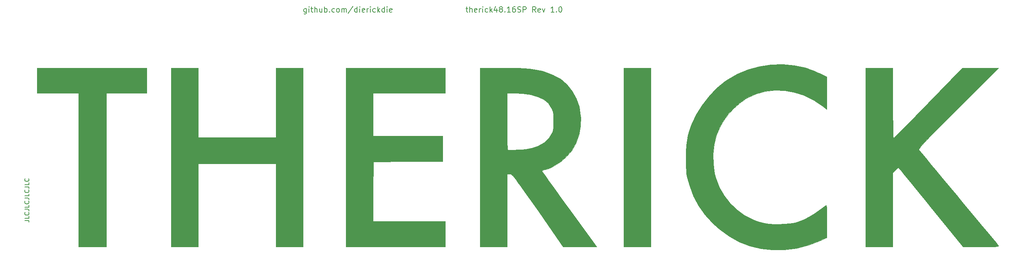
<source format=gbr>
G04 #@! TF.GenerationSoftware,KiCad,Pcbnew,(5.1.2-1)-1*
G04 #@! TF.CreationDate,2020-05-31T12:38:50-05:00*
G04 #@! TF.ProjectId,therick48.16SP_bottom_plate,74686572-6963-46b3-9438-2e313653505f,rev?*
G04 #@! TF.SameCoordinates,Original*
G04 #@! TF.FileFunction,Legend,Top*
G04 #@! TF.FilePolarity,Positive*
%FSLAX46Y46*%
G04 Gerber Fmt 4.6, Leading zero omitted, Abs format (unit mm)*
G04 Created by KiCad (PCBNEW (5.1.2-1)-1) date 2020-05-31 12:38:50*
%MOMM*%
%LPD*%
G04 APERTURE LIST*
%ADD10C,0.200000*%
%ADD11C,0.150000*%
%ADD12C,0.010000*%
G04 APERTURE END LIST*
D10*
X212425368Y-43812026D02*
X212425368Y-44823931D01*
X212365844Y-44942979D01*
X212306320Y-45002503D01*
X212187273Y-45062026D01*
X212008701Y-45062026D01*
X211889654Y-45002503D01*
X212425368Y-44585836D02*
X212306320Y-44645360D01*
X212068225Y-44645360D01*
X211949177Y-44585836D01*
X211889654Y-44526312D01*
X211830130Y-44407264D01*
X211830130Y-44050122D01*
X211889654Y-43931074D01*
X211949177Y-43871550D01*
X212068225Y-43812026D01*
X212306320Y-43812026D01*
X212425368Y-43871550D01*
X213020606Y-44645360D02*
X213020606Y-43812026D01*
X213020606Y-43395360D02*
X212961082Y-43454884D01*
X213020606Y-43514407D01*
X213080130Y-43454884D01*
X213020606Y-43395360D01*
X213020606Y-43514407D01*
X213437273Y-43812026D02*
X213913463Y-43812026D01*
X213615844Y-43395360D02*
X213615844Y-44466788D01*
X213675368Y-44585836D01*
X213794416Y-44645360D01*
X213913463Y-44645360D01*
X214330130Y-44645360D02*
X214330130Y-43395360D01*
X214865844Y-44645360D02*
X214865844Y-43990598D01*
X214806320Y-43871550D01*
X214687273Y-43812026D01*
X214508701Y-43812026D01*
X214389654Y-43871550D01*
X214330130Y-43931074D01*
X215996796Y-43812026D02*
X215996796Y-44645360D01*
X215461082Y-43812026D02*
X215461082Y-44466788D01*
X215520606Y-44585836D01*
X215639654Y-44645360D01*
X215818225Y-44645360D01*
X215937273Y-44585836D01*
X215996796Y-44526312D01*
X216592035Y-44645360D02*
X216592035Y-43395360D01*
X216592035Y-43871550D02*
X216711082Y-43812026D01*
X216949177Y-43812026D01*
X217068225Y-43871550D01*
X217127749Y-43931074D01*
X217187273Y-44050122D01*
X217187273Y-44407264D01*
X217127749Y-44526312D01*
X217068225Y-44585836D01*
X216949177Y-44645360D01*
X216711082Y-44645360D01*
X216592035Y-44585836D01*
X217722987Y-44526312D02*
X217782511Y-44585836D01*
X217722987Y-44645360D01*
X217663463Y-44585836D01*
X217722987Y-44526312D01*
X217722987Y-44645360D01*
X218853939Y-44585836D02*
X218734892Y-44645360D01*
X218496796Y-44645360D01*
X218377749Y-44585836D01*
X218318225Y-44526312D01*
X218258701Y-44407264D01*
X218258701Y-44050122D01*
X218318225Y-43931074D01*
X218377749Y-43871550D01*
X218496796Y-43812026D01*
X218734892Y-43812026D01*
X218853939Y-43871550D01*
X219568225Y-44645360D02*
X219449177Y-44585836D01*
X219389654Y-44526312D01*
X219330130Y-44407264D01*
X219330130Y-44050122D01*
X219389654Y-43931074D01*
X219449177Y-43871550D01*
X219568225Y-43812026D01*
X219746796Y-43812026D01*
X219865844Y-43871550D01*
X219925368Y-43931074D01*
X219984892Y-44050122D01*
X219984892Y-44407264D01*
X219925368Y-44526312D01*
X219865844Y-44585836D01*
X219746796Y-44645360D01*
X219568225Y-44645360D01*
X220520606Y-44645360D02*
X220520606Y-43812026D01*
X220520606Y-43931074D02*
X220580130Y-43871550D01*
X220699177Y-43812026D01*
X220877749Y-43812026D01*
X220996796Y-43871550D01*
X221056320Y-43990598D01*
X221056320Y-44645360D01*
X221056320Y-43990598D02*
X221115844Y-43871550D01*
X221234892Y-43812026D01*
X221413463Y-43812026D01*
X221532511Y-43871550D01*
X221592035Y-43990598D01*
X221592035Y-44645360D01*
X223080130Y-43335836D02*
X222008701Y-44942979D01*
X224032511Y-44645360D02*
X224032511Y-43395360D01*
X224032511Y-44585836D02*
X223913463Y-44645360D01*
X223675368Y-44645360D01*
X223556320Y-44585836D01*
X223496796Y-44526312D01*
X223437273Y-44407264D01*
X223437273Y-44050122D01*
X223496796Y-43931074D01*
X223556320Y-43871550D01*
X223675368Y-43812026D01*
X223913463Y-43812026D01*
X224032511Y-43871550D01*
X224627749Y-44645360D02*
X224627749Y-43812026D01*
X224627749Y-43395360D02*
X224568225Y-43454884D01*
X224627749Y-43514407D01*
X224687273Y-43454884D01*
X224627749Y-43395360D01*
X224627749Y-43514407D01*
X225699177Y-44585836D02*
X225580130Y-44645360D01*
X225342035Y-44645360D01*
X225222987Y-44585836D01*
X225163463Y-44466788D01*
X225163463Y-43990598D01*
X225222987Y-43871550D01*
X225342035Y-43812026D01*
X225580130Y-43812026D01*
X225699177Y-43871550D01*
X225758701Y-43990598D01*
X225758701Y-44109645D01*
X225163463Y-44228693D01*
X226294416Y-44645360D02*
X226294416Y-43812026D01*
X226294416Y-44050122D02*
X226353939Y-43931074D01*
X226413463Y-43871550D01*
X226532511Y-43812026D01*
X226651558Y-43812026D01*
X227068225Y-44645360D02*
X227068225Y-43812026D01*
X227068225Y-43395360D02*
X227008701Y-43454884D01*
X227068225Y-43514407D01*
X227127749Y-43454884D01*
X227068225Y-43395360D01*
X227068225Y-43514407D01*
X228199177Y-44585836D02*
X228080130Y-44645360D01*
X227842035Y-44645360D01*
X227722987Y-44585836D01*
X227663463Y-44526312D01*
X227603939Y-44407264D01*
X227603939Y-44050122D01*
X227663463Y-43931074D01*
X227722987Y-43871550D01*
X227842035Y-43812026D01*
X228080130Y-43812026D01*
X228199177Y-43871550D01*
X228734892Y-44645360D02*
X228734892Y-43395360D01*
X228853939Y-44169169D02*
X229211082Y-44645360D01*
X229211082Y-43812026D02*
X228734892Y-44288217D01*
X230282511Y-44645360D02*
X230282511Y-43395360D01*
X230282511Y-44585836D02*
X230163463Y-44645360D01*
X229925368Y-44645360D01*
X229806320Y-44585836D01*
X229746796Y-44526312D01*
X229687273Y-44407264D01*
X229687273Y-44050122D01*
X229746796Y-43931074D01*
X229806320Y-43871550D01*
X229925368Y-43812026D01*
X230163463Y-43812026D01*
X230282511Y-43871550D01*
X230877749Y-44645360D02*
X230877749Y-43812026D01*
X230877749Y-43395360D02*
X230818225Y-43454884D01*
X230877749Y-43514407D01*
X230937273Y-43454884D01*
X230877749Y-43395360D01*
X230877749Y-43514407D01*
X231949177Y-44585836D02*
X231830130Y-44645360D01*
X231592035Y-44645360D01*
X231472987Y-44585836D01*
X231413463Y-44466788D01*
X231413463Y-43990598D01*
X231472987Y-43871550D01*
X231592035Y-43812026D01*
X231830130Y-43812026D01*
X231949177Y-43871550D01*
X232008701Y-43990598D01*
X232008701Y-44109645D01*
X231413463Y-44228693D01*
X248877649Y-43812026D02*
X249353839Y-43812026D01*
X249056220Y-43395360D02*
X249056220Y-44466788D01*
X249115744Y-44585836D01*
X249234792Y-44645360D01*
X249353839Y-44645360D01*
X249770506Y-44645360D02*
X249770506Y-43395360D01*
X250306220Y-44645360D02*
X250306220Y-43990598D01*
X250246696Y-43871550D01*
X250127649Y-43812026D01*
X249949077Y-43812026D01*
X249830030Y-43871550D01*
X249770506Y-43931074D01*
X251377649Y-44585836D02*
X251258601Y-44645360D01*
X251020506Y-44645360D01*
X250901458Y-44585836D01*
X250841935Y-44466788D01*
X250841935Y-43990598D01*
X250901458Y-43871550D01*
X251020506Y-43812026D01*
X251258601Y-43812026D01*
X251377649Y-43871550D01*
X251437173Y-43990598D01*
X251437173Y-44109645D01*
X250841935Y-44228693D01*
X251972887Y-44645360D02*
X251972887Y-43812026D01*
X251972887Y-44050122D02*
X252032411Y-43931074D01*
X252091935Y-43871550D01*
X252210982Y-43812026D01*
X252330030Y-43812026D01*
X252746696Y-44645360D02*
X252746696Y-43812026D01*
X252746696Y-43395360D02*
X252687173Y-43454884D01*
X252746696Y-43514407D01*
X252806220Y-43454884D01*
X252746696Y-43395360D01*
X252746696Y-43514407D01*
X253877649Y-44585836D02*
X253758601Y-44645360D01*
X253520506Y-44645360D01*
X253401458Y-44585836D01*
X253341935Y-44526312D01*
X253282411Y-44407264D01*
X253282411Y-44050122D01*
X253341935Y-43931074D01*
X253401458Y-43871550D01*
X253520506Y-43812026D01*
X253758601Y-43812026D01*
X253877649Y-43871550D01*
X254413363Y-44645360D02*
X254413363Y-43395360D01*
X254532411Y-44169169D02*
X254889554Y-44645360D01*
X254889554Y-43812026D02*
X254413363Y-44288217D01*
X255960982Y-43812026D02*
X255960982Y-44645360D01*
X255663363Y-43335836D02*
X255365744Y-44228693D01*
X256139554Y-44228693D01*
X256794316Y-43931074D02*
X256675268Y-43871550D01*
X256615744Y-43812026D01*
X256556220Y-43692979D01*
X256556220Y-43633455D01*
X256615744Y-43514407D01*
X256675268Y-43454884D01*
X256794316Y-43395360D01*
X257032411Y-43395360D01*
X257151458Y-43454884D01*
X257210982Y-43514407D01*
X257270506Y-43633455D01*
X257270506Y-43692979D01*
X257210982Y-43812026D01*
X257151458Y-43871550D01*
X257032411Y-43931074D01*
X256794316Y-43931074D01*
X256675268Y-43990598D01*
X256615744Y-44050122D01*
X256556220Y-44169169D01*
X256556220Y-44407264D01*
X256615744Y-44526312D01*
X256675268Y-44585836D01*
X256794316Y-44645360D01*
X257032411Y-44645360D01*
X257151458Y-44585836D01*
X257210982Y-44526312D01*
X257270506Y-44407264D01*
X257270506Y-44169169D01*
X257210982Y-44050122D01*
X257151458Y-43990598D01*
X257032411Y-43931074D01*
X257806220Y-44526312D02*
X257865744Y-44585836D01*
X257806220Y-44645360D01*
X257746696Y-44585836D01*
X257806220Y-44526312D01*
X257806220Y-44645360D01*
X259056220Y-44645360D02*
X258341935Y-44645360D01*
X258699077Y-44645360D02*
X258699077Y-43395360D01*
X258580030Y-43573931D01*
X258460982Y-43692979D01*
X258341935Y-43752503D01*
X260127649Y-43395360D02*
X259889554Y-43395360D01*
X259770506Y-43454884D01*
X259710982Y-43514407D01*
X259591935Y-43692979D01*
X259532411Y-43931074D01*
X259532411Y-44407264D01*
X259591935Y-44526312D01*
X259651458Y-44585836D01*
X259770506Y-44645360D01*
X260008601Y-44645360D01*
X260127649Y-44585836D01*
X260187173Y-44526312D01*
X260246696Y-44407264D01*
X260246696Y-44109645D01*
X260187173Y-43990598D01*
X260127649Y-43931074D01*
X260008601Y-43871550D01*
X259770506Y-43871550D01*
X259651458Y-43931074D01*
X259591935Y-43990598D01*
X259532411Y-44109645D01*
X260722887Y-44585836D02*
X260901458Y-44645360D01*
X261199077Y-44645360D01*
X261318125Y-44585836D01*
X261377649Y-44526312D01*
X261437173Y-44407264D01*
X261437173Y-44288217D01*
X261377649Y-44169169D01*
X261318125Y-44109645D01*
X261199077Y-44050122D01*
X260960982Y-43990598D01*
X260841935Y-43931074D01*
X260782411Y-43871550D01*
X260722887Y-43752503D01*
X260722887Y-43633455D01*
X260782411Y-43514407D01*
X260841935Y-43454884D01*
X260960982Y-43395360D01*
X261258601Y-43395360D01*
X261437173Y-43454884D01*
X261972887Y-44645360D02*
X261972887Y-43395360D01*
X262449077Y-43395360D01*
X262568125Y-43454884D01*
X262627649Y-43514407D01*
X262687173Y-43633455D01*
X262687173Y-43812026D01*
X262627649Y-43931074D01*
X262568125Y-43990598D01*
X262449077Y-44050122D01*
X261972887Y-44050122D01*
X264889554Y-44645360D02*
X264472887Y-44050122D01*
X264175268Y-44645360D02*
X264175268Y-43395360D01*
X264651458Y-43395360D01*
X264770506Y-43454884D01*
X264830030Y-43514407D01*
X264889554Y-43633455D01*
X264889554Y-43812026D01*
X264830030Y-43931074D01*
X264770506Y-43990598D01*
X264651458Y-44050122D01*
X264175268Y-44050122D01*
X265901458Y-44585836D02*
X265782411Y-44645360D01*
X265544316Y-44645360D01*
X265425268Y-44585836D01*
X265365744Y-44466788D01*
X265365744Y-43990598D01*
X265425268Y-43871550D01*
X265544316Y-43812026D01*
X265782411Y-43812026D01*
X265901458Y-43871550D01*
X265960982Y-43990598D01*
X265960982Y-44109645D01*
X265365744Y-44228693D01*
X266377649Y-43812026D02*
X266675268Y-44645360D01*
X266972887Y-43812026D01*
X269056220Y-44645360D02*
X268341935Y-44645360D01*
X268699077Y-44645360D02*
X268699077Y-43395360D01*
X268580030Y-43573931D01*
X268460982Y-43692979D01*
X268341935Y-43752503D01*
X269591935Y-44526312D02*
X269651458Y-44585836D01*
X269591935Y-44645360D01*
X269532411Y-44585836D01*
X269591935Y-44526312D01*
X269591935Y-44645360D01*
X270425268Y-43395360D02*
X270544316Y-43395360D01*
X270663363Y-43454884D01*
X270722887Y-43514407D01*
X270782411Y-43633455D01*
X270841935Y-43871550D01*
X270841935Y-44169169D01*
X270782411Y-44407264D01*
X270722887Y-44526312D01*
X270663363Y-44585836D01*
X270544316Y-44645360D01*
X270425268Y-44645360D01*
X270306220Y-44585836D01*
X270246696Y-44526312D01*
X270187173Y-44407264D01*
X270127649Y-44169169D01*
X270127649Y-43871550D01*
X270187173Y-43633455D01*
X270246696Y-43514407D01*
X270306220Y-43454884D01*
X270425268Y-43395360D01*
D11*
X148031989Y-92398816D02*
X148746275Y-92398816D01*
X148889132Y-92446435D01*
X148984370Y-92541673D01*
X149031989Y-92684530D01*
X149031989Y-92779769D01*
X149031989Y-91446435D02*
X149031989Y-91922626D01*
X148031989Y-91922626D01*
X148936751Y-90541673D02*
X148984370Y-90589292D01*
X149031989Y-90732149D01*
X149031989Y-90827388D01*
X148984370Y-90970245D01*
X148889132Y-91065483D01*
X148793894Y-91113102D01*
X148603418Y-91160721D01*
X148460561Y-91160721D01*
X148270085Y-91113102D01*
X148174847Y-91065483D01*
X148079609Y-90970245D01*
X148031989Y-90827388D01*
X148031989Y-90732149D01*
X148079609Y-90589292D01*
X148127228Y-90541673D01*
X148031989Y-89827388D02*
X148746275Y-89827388D01*
X148889132Y-89875007D01*
X148984370Y-89970245D01*
X149031989Y-90113102D01*
X149031989Y-90208340D01*
X149031989Y-88875007D02*
X149031989Y-89351197D01*
X148031989Y-89351197D01*
X148936751Y-87970245D02*
X148984370Y-88017864D01*
X149031989Y-88160721D01*
X149031989Y-88255959D01*
X148984370Y-88398816D01*
X148889132Y-88494054D01*
X148793894Y-88541673D01*
X148603418Y-88589292D01*
X148460561Y-88589292D01*
X148270085Y-88541673D01*
X148174847Y-88494054D01*
X148079609Y-88398816D01*
X148031989Y-88255959D01*
X148031989Y-88160721D01*
X148079609Y-88017864D01*
X148127228Y-87970245D01*
X148031989Y-87255959D02*
X148746275Y-87255959D01*
X148889132Y-87303578D01*
X148984370Y-87398816D01*
X149031989Y-87541673D01*
X149031989Y-87636911D01*
X149031989Y-86303578D02*
X149031989Y-86779769D01*
X148031989Y-86779769D01*
X148936751Y-85398816D02*
X148984370Y-85446435D01*
X149031989Y-85589292D01*
X149031989Y-85684530D01*
X148984370Y-85827388D01*
X148889132Y-85922626D01*
X148793894Y-85970245D01*
X148603418Y-86017864D01*
X148460561Y-86017864D01*
X148270085Y-85970245D01*
X148174847Y-85922626D01*
X148079609Y-85827388D01*
X148031989Y-85684530D01*
X148031989Y-85589292D01*
X148079609Y-85446435D01*
X148127228Y-85398816D01*
X148031989Y-84684530D02*
X148746275Y-84684530D01*
X148889132Y-84732149D01*
X148984370Y-84827388D01*
X149031989Y-84970245D01*
X149031989Y-85065483D01*
X149031989Y-83732149D02*
X149031989Y-84208340D01*
X148031989Y-84208340D01*
X148936751Y-82827388D02*
X148984370Y-82875007D01*
X149031989Y-83017864D01*
X149031989Y-83113102D01*
X148984370Y-83255959D01*
X148889132Y-83351197D01*
X148793894Y-83398816D01*
X148603418Y-83446435D01*
X148460561Y-83446435D01*
X148270085Y-83398816D01*
X148174847Y-83351197D01*
X148079609Y-83255959D01*
X148031989Y-83113102D01*
X148031989Y-83017864D01*
X148079609Y-82875007D01*
X148127228Y-82827388D01*
D12*
G36*
X346460745Y-65506221D02*
G01*
X346463699Y-67177865D01*
X346472153Y-68731898D01*
X346485493Y-70132003D01*
X346503106Y-71341860D01*
X346524380Y-72325150D01*
X346548699Y-73045553D01*
X346575452Y-73466750D01*
X346596816Y-73564438D01*
X346743873Y-73434937D01*
X347121170Y-73066856D01*
X347706739Y-72482491D01*
X348478615Y-71704141D01*
X349414832Y-70754103D01*
X350493422Y-69654675D01*
X351692420Y-68428154D01*
X352989858Y-67096838D01*
X354363772Y-65683024D01*
X354534316Y-65507254D01*
X362335745Y-57465425D01*
X366507935Y-57449037D01*
X370680125Y-57432650D01*
X361440883Y-66673224D01*
X359673132Y-68442213D01*
X358146003Y-69973236D01*
X356842756Y-71284124D01*
X355746653Y-72392706D01*
X354840954Y-73316812D01*
X354108921Y-74074271D01*
X353533815Y-74682913D01*
X353098896Y-75160568D01*
X352787426Y-75525064D01*
X352582666Y-75794233D01*
X352467877Y-75985902D01*
X352426319Y-76117902D01*
X352441254Y-76208063D01*
X352460836Y-76238357D01*
X352615805Y-76426973D01*
X352984210Y-76872553D01*
X353547657Y-77552919D01*
X354287754Y-78445892D01*
X355186105Y-79529295D01*
X356224318Y-80780950D01*
X357383998Y-82178677D01*
X358646752Y-83700300D01*
X359994186Y-85323641D01*
X361407907Y-87026520D01*
X361629953Y-87293954D01*
X363048583Y-89003208D01*
X364400767Y-90633701D01*
X365668454Y-92163586D01*
X366833592Y-93571019D01*
X367878130Y-94834153D01*
X368784016Y-95931142D01*
X369533199Y-96840139D01*
X370107626Y-97539300D01*
X370489247Y-98006778D01*
X370660010Y-98220727D01*
X370666732Y-98230249D01*
X370603765Y-98300827D01*
X370299679Y-98354989D01*
X369728584Y-98394051D01*
X368864593Y-98419332D01*
X367681817Y-98432149D01*
X366655381Y-98434412D01*
X362517173Y-98433316D01*
X355178884Y-89362983D01*
X353905415Y-87790998D01*
X352698678Y-86305378D01*
X351578048Y-84929718D01*
X350562902Y-83687612D01*
X349672614Y-82602656D01*
X348926560Y-81698444D01*
X348344115Y-80998570D01*
X347944654Y-80526629D01*
X347747554Y-80306216D01*
X347730546Y-80292650D01*
X347549562Y-80411627D01*
X347218476Y-80712611D01*
X347040621Y-80890930D01*
X346460745Y-81489210D01*
X346460745Y-98435507D01*
X340292173Y-98435507D01*
X340292173Y-57432650D01*
X346460745Y-57432650D01*
X346460745Y-65506221D01*
X346460745Y-65506221D01*
G37*
X346460745Y-65506221D02*
X346463699Y-67177865D01*
X346472153Y-68731898D01*
X346485493Y-70132003D01*
X346503106Y-71341860D01*
X346524380Y-72325150D01*
X346548699Y-73045553D01*
X346575452Y-73466750D01*
X346596816Y-73564438D01*
X346743873Y-73434937D01*
X347121170Y-73066856D01*
X347706739Y-72482491D01*
X348478615Y-71704141D01*
X349414832Y-70754103D01*
X350493422Y-69654675D01*
X351692420Y-68428154D01*
X352989858Y-67096838D01*
X354363772Y-65683024D01*
X354534316Y-65507254D01*
X362335745Y-57465425D01*
X366507935Y-57449037D01*
X370680125Y-57432650D01*
X361440883Y-66673224D01*
X359673132Y-68442213D01*
X358146003Y-69973236D01*
X356842756Y-71284124D01*
X355746653Y-72392706D01*
X354840954Y-73316812D01*
X354108921Y-74074271D01*
X353533815Y-74682913D01*
X353098896Y-75160568D01*
X352787426Y-75525064D01*
X352582666Y-75794233D01*
X352467877Y-75985902D01*
X352426319Y-76117902D01*
X352441254Y-76208063D01*
X352460836Y-76238357D01*
X352615805Y-76426973D01*
X352984210Y-76872553D01*
X353547657Y-77552919D01*
X354287754Y-78445892D01*
X355186105Y-79529295D01*
X356224318Y-80780950D01*
X357383998Y-82178677D01*
X358646752Y-83700300D01*
X359994186Y-85323641D01*
X361407907Y-87026520D01*
X361629953Y-87293954D01*
X363048583Y-89003208D01*
X364400767Y-90633701D01*
X365668454Y-92163586D01*
X366833592Y-93571019D01*
X367878130Y-94834153D01*
X368784016Y-95931142D01*
X369533199Y-96840139D01*
X370107626Y-97539300D01*
X370489247Y-98006778D01*
X370660010Y-98220727D01*
X370666732Y-98230249D01*
X370603765Y-98300827D01*
X370299679Y-98354989D01*
X369728584Y-98394051D01*
X368864593Y-98419332D01*
X367681817Y-98432149D01*
X366655381Y-98434412D01*
X362517173Y-98433316D01*
X355178884Y-89362983D01*
X353905415Y-87790998D01*
X352698678Y-86305378D01*
X351578048Y-84929718D01*
X350562902Y-83687612D01*
X349672614Y-82602656D01*
X348926560Y-81698444D01*
X348344115Y-80998570D01*
X347944654Y-80526629D01*
X347747554Y-80306216D01*
X347730546Y-80292650D01*
X347549562Y-80411627D01*
X347218476Y-80712611D01*
X347040621Y-80890930D01*
X346460745Y-81489210D01*
X346460745Y-98435507D01*
X340292173Y-98435507D01*
X340292173Y-57432650D01*
X346460745Y-57432650D01*
X346460745Y-65506221D01*
G36*
X291125030Y-98435507D02*
G01*
X284956459Y-98435507D01*
X284956459Y-57432650D01*
X291125030Y-57432650D01*
X291125030Y-98435507D01*
X291125030Y-98435507D01*
G37*
X291125030Y-98435507D02*
X284956459Y-98435507D01*
X284956459Y-57432650D01*
X291125030Y-57432650D01*
X291125030Y-98435507D01*
G36*
X257061816Y-57433161D02*
G01*
X259050736Y-57443289D01*
X260729850Y-57476268D01*
X262151748Y-57536664D01*
X263369019Y-57629042D01*
X264434254Y-57757965D01*
X265400042Y-57928000D01*
X266318973Y-58143710D01*
X266808724Y-58279198D01*
X268801862Y-59024687D01*
X270541331Y-60026542D01*
X272017242Y-61272365D01*
X273219705Y-62749753D01*
X274138832Y-64446305D01*
X274764732Y-66349621D01*
X275087516Y-68447298D01*
X275103582Y-68680949D01*
X275067145Y-70783284D01*
X274707481Y-72777591D01*
X274041350Y-74634005D01*
X273085509Y-76322661D01*
X271856720Y-77813691D01*
X270371742Y-79077231D01*
X268726025Y-80045920D01*
X268025867Y-80359840D01*
X267369608Y-80615277D01*
X266891490Y-80760298D01*
X266866382Y-80765308D01*
X266462823Y-80886962D01*
X266271693Y-81034988D01*
X266269316Y-81050935D01*
X266373127Y-81225367D01*
X266672078Y-81666631D01*
X267147442Y-82348424D01*
X267780494Y-83244446D01*
X268552509Y-84328393D01*
X269444761Y-85573965D01*
X270438524Y-86954859D01*
X271515074Y-88444773D01*
X272519560Y-89830030D01*
X278769805Y-98435507D01*
X274923489Y-98426210D01*
X271077173Y-98416912D01*
X265284637Y-90080495D01*
X264042956Y-88294254D01*
X262990354Y-86783212D01*
X262109179Y-85524359D01*
X261381780Y-84494687D01*
X260790506Y-83671187D01*
X260317704Y-83030850D01*
X259945724Y-82550667D01*
X259656914Y-82207629D01*
X259433622Y-81978726D01*
X259258196Y-81840951D01*
X259112986Y-81771294D01*
X258980340Y-81746746D01*
X258889280Y-81744079D01*
X258286459Y-81744079D01*
X258286459Y-98435507D01*
X252117888Y-98435507D01*
X252117888Y-69648840D01*
X258286459Y-69648840D01*
X258290183Y-71140439D01*
X258300773Y-72516849D01*
X258317354Y-73736022D01*
X258339054Y-74755908D01*
X258364999Y-75534460D01*
X258394314Y-76029628D01*
X258422530Y-76197918D01*
X258664500Y-76252707D01*
X259189099Y-76268069D01*
X259918849Y-76249152D01*
X260776270Y-76201106D01*
X261683884Y-76129081D01*
X262564212Y-76038225D01*
X263339774Y-75933688D01*
X263867008Y-75836069D01*
X265442257Y-75330440D01*
X266750108Y-74586030D01*
X267785500Y-73606479D01*
X268486409Y-72514314D01*
X268671960Y-72090577D01*
X268792974Y-71659507D01*
X268862557Y-71128408D01*
X268893811Y-70404586D01*
X268900030Y-69588364D01*
X268893155Y-68660437D01*
X268862336Y-68001172D01*
X268792282Y-67516479D01*
X268667703Y-67112268D01*
X268473309Y-66694447D01*
X268410021Y-66573069D01*
X267664519Y-65518808D01*
X266644100Y-64668351D01*
X265341629Y-64018825D01*
X263749975Y-63567358D01*
X261862002Y-63311076D01*
X260146102Y-63244694D01*
X258286459Y-63238364D01*
X258286459Y-69648840D01*
X252117888Y-69648840D01*
X252117888Y-57432650D01*
X257061816Y-57433161D01*
X257061816Y-57433161D01*
G37*
X257061816Y-57433161D02*
X259050736Y-57443289D01*
X260729850Y-57476268D01*
X262151748Y-57536664D01*
X263369019Y-57629042D01*
X264434254Y-57757965D01*
X265400042Y-57928000D01*
X266318973Y-58143710D01*
X266808724Y-58279198D01*
X268801862Y-59024687D01*
X270541331Y-60026542D01*
X272017242Y-61272365D01*
X273219705Y-62749753D01*
X274138832Y-64446305D01*
X274764732Y-66349621D01*
X275087516Y-68447298D01*
X275103582Y-68680949D01*
X275067145Y-70783284D01*
X274707481Y-72777591D01*
X274041350Y-74634005D01*
X273085509Y-76322661D01*
X271856720Y-77813691D01*
X270371742Y-79077231D01*
X268726025Y-80045920D01*
X268025867Y-80359840D01*
X267369608Y-80615277D01*
X266891490Y-80760298D01*
X266866382Y-80765308D01*
X266462823Y-80886962D01*
X266271693Y-81034988D01*
X266269316Y-81050935D01*
X266373127Y-81225367D01*
X266672078Y-81666631D01*
X267147442Y-82348424D01*
X267780494Y-83244446D01*
X268552509Y-84328393D01*
X269444761Y-85573965D01*
X270438524Y-86954859D01*
X271515074Y-88444773D01*
X272519560Y-89830030D01*
X278769805Y-98435507D01*
X274923489Y-98426210D01*
X271077173Y-98416912D01*
X265284637Y-90080495D01*
X264042956Y-88294254D01*
X262990354Y-86783212D01*
X262109179Y-85524359D01*
X261381780Y-84494687D01*
X260790506Y-83671187D01*
X260317704Y-83030850D01*
X259945724Y-82550667D01*
X259656914Y-82207629D01*
X259433622Y-81978726D01*
X259258196Y-81840951D01*
X259112986Y-81771294D01*
X258980340Y-81746746D01*
X258889280Y-81744079D01*
X258286459Y-81744079D01*
X258286459Y-98435507D01*
X252117888Y-98435507D01*
X252117888Y-69648840D01*
X258286459Y-69648840D01*
X258290183Y-71140439D01*
X258300773Y-72516849D01*
X258317354Y-73736022D01*
X258339054Y-74755908D01*
X258364999Y-75534460D01*
X258394314Y-76029628D01*
X258422530Y-76197918D01*
X258664500Y-76252707D01*
X259189099Y-76268069D01*
X259918849Y-76249152D01*
X260776270Y-76201106D01*
X261683884Y-76129081D01*
X262564212Y-76038225D01*
X263339774Y-75933688D01*
X263867008Y-75836069D01*
X265442257Y-75330440D01*
X266750108Y-74586030D01*
X267785500Y-73606479D01*
X268486409Y-72514314D01*
X268671960Y-72090577D01*
X268792974Y-71659507D01*
X268862557Y-71128408D01*
X268893811Y-70404586D01*
X268900030Y-69588364D01*
X268893155Y-68660437D01*
X268862336Y-68001172D01*
X268792282Y-67516479D01*
X268667703Y-67112268D01*
X268473309Y-66694447D01*
X268410021Y-66573069D01*
X267664519Y-65518808D01*
X266644100Y-64668351D01*
X265341629Y-64018825D01*
X263749975Y-63567358D01*
X261862002Y-63311076D01*
X260146102Y-63244694D01*
X258286459Y-63238364D01*
X258286459Y-69648840D01*
X252117888Y-69648840D01*
X252117888Y-57432650D01*
X257061816Y-57433161D01*
G36*
X244135030Y-63238364D02*
G01*
X227625030Y-63238364D01*
X227625030Y-73035507D01*
X243590745Y-73035507D01*
X243590745Y-78837407D01*
X235653245Y-78884671D01*
X227715745Y-78931936D01*
X227668206Y-85780864D01*
X227620667Y-92629793D01*
X244135030Y-92629793D01*
X244135030Y-98435507D01*
X221456459Y-98435507D01*
X221456459Y-57432650D01*
X244135030Y-57432650D01*
X244135030Y-63238364D01*
X244135030Y-63238364D01*
G37*
X244135030Y-63238364D02*
X227625030Y-63238364D01*
X227625030Y-73035507D01*
X243590745Y-73035507D01*
X243590745Y-78837407D01*
X235653245Y-78884671D01*
X227715745Y-78931936D01*
X227668206Y-85780864D01*
X227620667Y-92629793D01*
X244135030Y-92629793D01*
X244135030Y-98435507D01*
X221456459Y-98435507D01*
X221456459Y-57432650D01*
X244135030Y-57432650D01*
X244135030Y-63238364D01*
G36*
X187710745Y-73398364D02*
G01*
X205490745Y-73398364D01*
X205490745Y-57432650D01*
X211659316Y-57432650D01*
X211659316Y-98435507D01*
X205490745Y-98435507D01*
X205490745Y-79385507D01*
X187710745Y-79385507D01*
X187710745Y-98435507D01*
X181542173Y-98435507D01*
X181542173Y-57432650D01*
X187710745Y-57432650D01*
X187710745Y-73398364D01*
X187710745Y-73398364D01*
G37*
X187710745Y-73398364D02*
X205490745Y-73398364D01*
X205490745Y-57432650D01*
X211659316Y-57432650D01*
X211659316Y-98435507D01*
X205490745Y-98435507D01*
X205490745Y-79385507D01*
X187710745Y-79385507D01*
X187710745Y-98435507D01*
X181542173Y-98435507D01*
X181542173Y-57432650D01*
X187710745Y-57432650D01*
X187710745Y-73398364D01*
G36*
X175917888Y-63238364D02*
G01*
X166665030Y-63238364D01*
X166665030Y-98435507D01*
X160315030Y-98435507D01*
X160315030Y-63238364D01*
X150880745Y-63238364D01*
X150880745Y-57432650D01*
X175917888Y-57432650D01*
X175917888Y-63238364D01*
X175917888Y-63238364D01*
G37*
X175917888Y-63238364D02*
X166665030Y-63238364D01*
X166665030Y-98435507D01*
X160315030Y-98435507D01*
X160315030Y-63238364D01*
X150880745Y-63238364D01*
X150880745Y-57432650D01*
X175917888Y-57432650D01*
X175917888Y-63238364D01*
G36*
X323881411Y-56834779D02*
G01*
X326437462Y-57390712D01*
X326957173Y-57548352D01*
X327516243Y-57751689D01*
X328281436Y-58062990D01*
X329132247Y-58432177D01*
X329633245Y-58660430D01*
X331402173Y-59483110D01*
X331402173Y-66901701D01*
X330540388Y-66250836D01*
X328411223Y-64836048D01*
X326222190Y-63752453D01*
X323996336Y-63002277D01*
X321756711Y-62587746D01*
X319526364Y-62511085D01*
X317328345Y-62774520D01*
X315185703Y-63380275D01*
X313121488Y-64330577D01*
X312766196Y-64534742D01*
X311434436Y-65472375D01*
X310104023Y-66679680D01*
X308852160Y-68071488D01*
X307756054Y-69562634D01*
X306951534Y-70949079D01*
X306165605Y-72893684D01*
X305644211Y-75014049D01*
X305393503Y-77231172D01*
X305419633Y-79466054D01*
X305728751Y-81639693D01*
X306028569Y-82803400D01*
X306812327Y-84788941D01*
X307906104Y-86675934D01*
X309263622Y-88410741D01*
X310838600Y-89939725D01*
X312584757Y-91209247D01*
X313894316Y-91919590D01*
X315046842Y-92428503D01*
X316065931Y-92793037D01*
X317058066Y-93035186D01*
X318129732Y-93176941D01*
X319387410Y-93240297D01*
X320335030Y-93249858D01*
X321714937Y-93221661D01*
X322933353Y-93122217D01*
X324046847Y-92929246D01*
X325111986Y-92620470D01*
X326185338Y-92173610D01*
X327323469Y-91566387D01*
X328582948Y-90776522D01*
X330020342Y-89781736D01*
X331063566Y-89024449D01*
X331176795Y-88955123D01*
X331261497Y-88965134D01*
X331321805Y-89097265D01*
X331361853Y-89394298D01*
X331385776Y-89899014D01*
X331397708Y-90654196D01*
X331401781Y-91702626D01*
X331402173Y-92528718D01*
X331402173Y-96281902D01*
X329905388Y-96983084D01*
X327268861Y-98024087D01*
X324528179Y-98735831D01*
X321729649Y-99111854D01*
X318919578Y-99145692D01*
X316377942Y-98871402D01*
X313804281Y-98257557D01*
X311340493Y-97300396D01*
X308997534Y-96005716D01*
X306786362Y-94379316D01*
X305268486Y-92992650D01*
X303505161Y-91046316D01*
X302066335Y-89022255D01*
X300913848Y-86854764D01*
X300009542Y-84478143D01*
X299691468Y-83390320D01*
X299523584Y-82735883D01*
X299400780Y-82152384D01*
X299315892Y-81562109D01*
X299261757Y-80887345D01*
X299231211Y-80050376D01*
X299217090Y-78973490D01*
X299213596Y-78206221D01*
X299229309Y-76568044D01*
X299297156Y-75199696D01*
X299432504Y-74010018D01*
X299650716Y-72907850D01*
X299967157Y-71802032D01*
X300397194Y-70601406D01*
X300569505Y-70161695D01*
X301581399Y-68031964D01*
X302886471Y-65937048D01*
X304424880Y-63951000D01*
X306136782Y-62147872D01*
X307962334Y-60601719D01*
X308737530Y-60054105D01*
X310985692Y-58771986D01*
X313411624Y-57778817D01*
X315964745Y-57081555D01*
X318594471Y-56687157D01*
X321250220Y-56602580D01*
X323881411Y-56834779D01*
X323881411Y-56834779D01*
G37*
X323881411Y-56834779D02*
X326437462Y-57390712D01*
X326957173Y-57548352D01*
X327516243Y-57751689D01*
X328281436Y-58062990D01*
X329132247Y-58432177D01*
X329633245Y-58660430D01*
X331402173Y-59483110D01*
X331402173Y-66901701D01*
X330540388Y-66250836D01*
X328411223Y-64836048D01*
X326222190Y-63752453D01*
X323996336Y-63002277D01*
X321756711Y-62587746D01*
X319526364Y-62511085D01*
X317328345Y-62774520D01*
X315185703Y-63380275D01*
X313121488Y-64330577D01*
X312766196Y-64534742D01*
X311434436Y-65472375D01*
X310104023Y-66679680D01*
X308852160Y-68071488D01*
X307756054Y-69562634D01*
X306951534Y-70949079D01*
X306165605Y-72893684D01*
X305644211Y-75014049D01*
X305393503Y-77231172D01*
X305419633Y-79466054D01*
X305728751Y-81639693D01*
X306028569Y-82803400D01*
X306812327Y-84788941D01*
X307906104Y-86675934D01*
X309263622Y-88410741D01*
X310838600Y-89939725D01*
X312584757Y-91209247D01*
X313894316Y-91919590D01*
X315046842Y-92428503D01*
X316065931Y-92793037D01*
X317058066Y-93035186D01*
X318129732Y-93176941D01*
X319387410Y-93240297D01*
X320335030Y-93249858D01*
X321714937Y-93221661D01*
X322933353Y-93122217D01*
X324046847Y-92929246D01*
X325111986Y-92620470D01*
X326185338Y-92173610D01*
X327323469Y-91566387D01*
X328582948Y-90776522D01*
X330020342Y-89781736D01*
X331063566Y-89024449D01*
X331176795Y-88955123D01*
X331261497Y-88965134D01*
X331321805Y-89097265D01*
X331361853Y-89394298D01*
X331385776Y-89899014D01*
X331397708Y-90654196D01*
X331401781Y-91702626D01*
X331402173Y-92528718D01*
X331402173Y-96281902D01*
X329905388Y-96983084D01*
X327268861Y-98024087D01*
X324528179Y-98735831D01*
X321729649Y-99111854D01*
X318919578Y-99145692D01*
X316377942Y-98871402D01*
X313804281Y-98257557D01*
X311340493Y-97300396D01*
X308997534Y-96005716D01*
X306786362Y-94379316D01*
X305268486Y-92992650D01*
X303505161Y-91046316D01*
X302066335Y-89022255D01*
X300913848Y-86854764D01*
X300009542Y-84478143D01*
X299691468Y-83390320D01*
X299523584Y-82735883D01*
X299400780Y-82152384D01*
X299315892Y-81562109D01*
X299261757Y-80887345D01*
X299231211Y-80050376D01*
X299217090Y-78973490D01*
X299213596Y-78206221D01*
X299229309Y-76568044D01*
X299297156Y-75199696D01*
X299432504Y-74010018D01*
X299650716Y-72907850D01*
X299967157Y-71802032D01*
X300397194Y-70601406D01*
X300569505Y-70161695D01*
X301581399Y-68031964D01*
X302886471Y-65937048D01*
X304424880Y-63951000D01*
X306136782Y-62147872D01*
X307962334Y-60601719D01*
X308737530Y-60054105D01*
X310985692Y-58771986D01*
X313411624Y-57778817D01*
X315964745Y-57081555D01*
X318594471Y-56687157D01*
X321250220Y-56602580D01*
X323881411Y-56834779D01*
M02*

</source>
